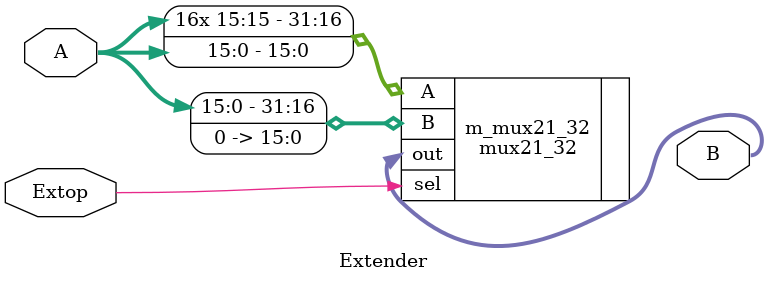
<source format=v>

module Extender (
    input [15:0] A,
    input Extop,
    
    output [31:0] B
);

    mux21_32 m_mux21_32(.A({{16{A[15]}}, A}), 
        .B({A, {16{1'b0}}}),
        .sel(Extop), 
        .out(B));
    
endmodule
</source>
